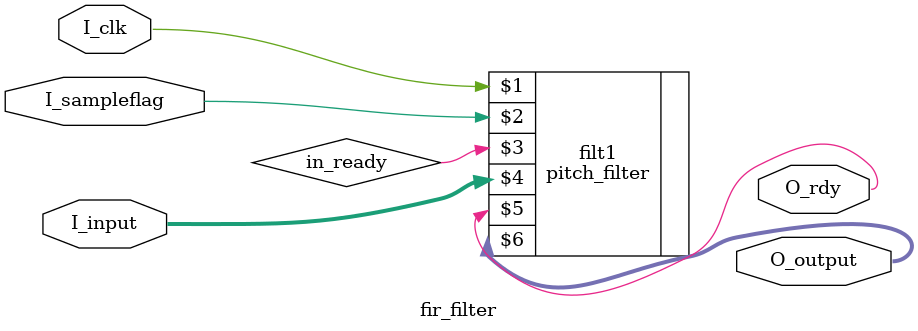
<source format=v>
`timescale 1ns / 1ps


module fir_filter(
    input I_clk,
    input I_sampleflag,
    input [11:0] I_input,
    output O_rdy,
    output [11:0] O_output
    );
    
    wire in_ready;
     
    pitch_filter filt1 (I_clk, I_sampleflag, in_ready, I_input, O_rdy, O_output);
    
endmodule
</source>
